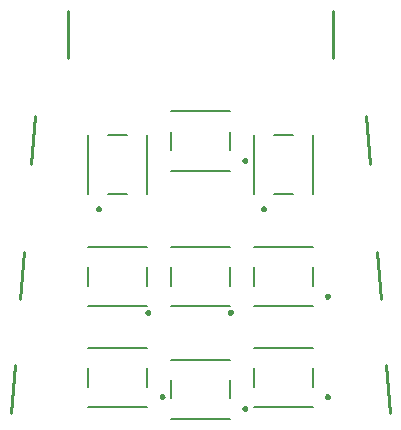
<source format=gbr>
%FSTAX23Y23*%
%MOMM*%
%SFA1B1*%

%IPPOS*%
%ADD29C,0.250000*%
%ADD30C,0.200000*%
%ADD31C,0.253999*%
%LNledpcbv2_legend_top-1*%
%LPD*%
G54D29*
X-04319Y-08763D02*
D01*
X-0432Y-08754*
X-04321Y-08745*
X-04322Y-08736*
X-04324Y-08728*
X-04327Y-0872*
X-0433Y-08712*
X-04334Y-08704*
X-04338Y-08696*
X-04343Y-08689*
X-04349Y-08682*
X-04355Y-08676*
X-04361Y-0867*
X-04368Y-08664*
X-04375Y-08659*
X-04382Y-08654*
X-0439Y-0865*
X-04398Y-08647*
X-04406Y-08644*
X-04414Y-08641*
X-04423Y-08639*
X-04431Y-08638*
X-0444Y-08638*
X-04449*
X-04458Y-08638*
X-04466Y-08639*
X-04475Y-08641*
X-04483Y-08644*
X-04491Y-08647*
X-04499Y-0865*
X-04507Y-08654*
X-04514Y-08659*
X-04521Y-08664*
X-04528Y-0867*
X-04534Y-08676*
X-0454Y-08682*
X-04546Y-08689*
X-0455Y-08696*
X-04555Y-08704*
X-04559Y-08712*
X-04562Y-0872*
X-04565Y-08728*
X-04567Y-08736*
X-04568Y-08745*
X-04569Y-08754*
X-04569Y-08763*
X-04569Y-08771*
X-04568Y-0878*
X-04567Y-08788*
X-04565Y-08797*
X-04562Y-08805*
X-04559Y-08813*
X-04555Y-08821*
X-0455Y-08829*
X-04546Y-08836*
X-0454Y-08843*
X-04534Y-08849*
X-04528Y-08855*
X-04521Y-08861*
X-04514Y-08866*
X-04507Y-08871*
X-04499Y-08875*
X-04491Y-08878*
X-04483Y-08881*
X-04475Y-08884*
X-04466Y-08886*
X-04458Y-08887*
X-04449Y-08887*
X-0444*
X-04431Y-08887*
X-04423Y-08886*
X-04414Y-08884*
X-04406Y-08881*
X-04398Y-08878*
X-0439Y-08875*
X-04382Y-08871*
X-04375Y-08866*
X-04368Y-08861*
X-04361Y-08855*
X-04355Y-08849*
X-04349Y-08843*
X-04343Y-08836*
X-04338Y-08829*
X-04334Y-08821*
X-0433Y-08813*
X-04327Y-08805*
X-04324Y-08797*
X-04322Y-08788*
X-04321Y-0878*
X-0432Y-08771*
X-04319Y-08763*
X-03124Y-15899D02*
D01*
X-03125Y-15891*
X-03126Y-15882*
X-03127Y-15874*
X-03129Y-15865*
X-03132Y-15857*
X-03135Y-15849*
X-03139Y-15841*
X-03143Y-15833*
X-03148Y-15826*
X-03154Y-15819*
X-0316Y-15813*
X-03166Y-15807*
X-03173Y-15801*
X-0318Y-15796*
X-03187Y-15791*
X-03195Y-15787*
X-03203Y-15784*
X-03211Y-15781*
X-03219Y-15778*
X-03228Y-15776*
X-03236Y-15775*
X-03245Y-15775*
X-03254*
X-03263Y-15775*
X-03271Y-15776*
X-0328Y-15778*
X-03288Y-15781*
X-03296Y-15784*
X-03304Y-15787*
X-03312Y-15791*
X-03319Y-15796*
X-03326Y-15801*
X-03333Y-15807*
X-03339Y-15813*
X-03345Y-15819*
X-03351Y-15826*
X-03356Y-15833*
X-0336Y-15841*
X-03364Y-15849*
X-03367Y-15857*
X-0337Y-15865*
X-03372Y-15874*
X-03373Y-15882*
X-03374Y-15891*
X-03374Y-15899*
X-03374Y-15908*
X-03373Y-15917*
X-03372Y-15925*
X-0337Y-15934*
X-03367Y-15942*
X-03364Y-1595*
X-0336Y-15958*
X-03356Y-15966*
X-03351Y-15973*
X-03345Y-1598*
X-03339Y-15986*
X-03333Y-15992*
X-03326Y-15998*
X-03319Y-16003*
X-03312Y-16008*
X-03304Y-16012*
X-03296Y-16015*
X-03288Y-16018*
X-0328Y-16021*
X-03271Y-16023*
X-03263Y-16024*
X-03254Y-16024*
X-03245*
X-03236Y-16024*
X-03228Y-16023*
X-03219Y-16021*
X-03211Y-16018*
X-03203Y-16015*
X-03195Y-16012*
X-03187Y-16008*
X-0318Y-16003*
X-03173Y-15998*
X-03166Y-15992*
X-0316Y-15986*
X-03154Y-1598*
X-03148Y-15973*
X-03143Y-15966*
X-03139Y-15958*
X-03135Y-1595*
X-03132Y-15942*
X-03129Y-15934*
X-03127Y-15925*
X-03126Y-15917*
X-03125Y-15908*
X-03124Y-15899*
X10874D02*
D01*
X10874Y-15891*
X10873Y-15882*
X10872Y-15874*
X1087Y-15865*
X10867Y-15857*
X10864Y-15849*
X1086Y-15841*
X10855Y-15833*
X10851Y-15826*
X10845Y-15819*
X10839Y-15813*
X10833Y-15807*
X10826Y-15801*
X10819Y-15796*
X10812Y-15791*
X10804Y-15787*
X10796Y-15784*
X10788Y-15781*
X1078Y-15778*
X10771Y-15776*
X10763Y-15775*
X10754Y-15775*
X10745*
X10736Y-15775*
X10728Y-15776*
X10719Y-15778*
X10711Y-15781*
X10703Y-15784*
X10695Y-15787*
X10687Y-15791*
X1068Y-15796*
X10673Y-15801*
X10666Y-15807*
X1066Y-15813*
X10654Y-15819*
X10648Y-15826*
X10643Y-15833*
X10639Y-15841*
X10635Y-15849*
X10632Y-15857*
X10629Y-15865*
X10627Y-15874*
X10626Y-15882*
X10625Y-15891*
X10624Y-15899*
X10625Y-15908*
X10626Y-15917*
X10627Y-15925*
X10629Y-15934*
X10632Y-15942*
X10635Y-1595*
X10639Y-15958*
X10643Y-15966*
X10648Y-15973*
X10654Y-1598*
X1066Y-15986*
X10666Y-15992*
X10673Y-15998*
X1068Y-16003*
X10687Y-16008*
X10695Y-16012*
X10703Y-16015*
X10711Y-16018*
X10719Y-16021*
X10728Y-16023*
X10736Y-16024*
X10745Y-16024*
X10754*
X10763Y-16024*
X10771Y-16023*
X1078Y-16021*
X10788Y-16018*
X10796Y-16015*
X10804Y-16012*
X10812Y-16008*
X10819Y-16003*
X10826Y-15998*
X10833Y-15992*
X10839Y-15986*
X10845Y-1598*
X10851Y-15973*
X10855Y-15966*
X1086Y-15958*
X10864Y-1595*
X10867Y-15942*
X1087Y-15934*
X10872Y-15925*
X10873Y-15917*
X10874Y-15908*
X10874Y-15899*
X03874Y-16899D02*
D01*
X03874Y-16891*
X03873Y-16882*
X03872Y-16874*
X0387Y-16865*
X03867Y-16857*
X03864Y-16849*
X0386Y-16841*
X03855Y-16833*
X03851Y-16826*
X03845Y-16819*
X03839Y-16813*
X03833Y-16807*
X03826Y-16801*
X03819Y-16796*
X03812Y-16791*
X03804Y-16787*
X03796Y-16784*
X03788Y-16781*
X0378Y-16778*
X03771Y-16776*
X03763Y-16775*
X03754Y-16775*
X03745*
X03736Y-16775*
X03728Y-16776*
X03719Y-16778*
X03711Y-16781*
X03703Y-16784*
X03695Y-16787*
X03687Y-16791*
X0368Y-16796*
X03673Y-16801*
X03666Y-16807*
X0366Y-16813*
X03654Y-16819*
X03648Y-16826*
X03643Y-16833*
X03639Y-16841*
X03635Y-16849*
X03632Y-16857*
X03629Y-16865*
X03627Y-16874*
X03626Y-16882*
X03625Y-16891*
X03624Y-16899*
X03625Y-16908*
X03626Y-16917*
X03627Y-16925*
X03629Y-16934*
X03632Y-16942*
X03635Y-1695*
X03639Y-16958*
X03643Y-16966*
X03648Y-16973*
X03654Y-1698*
X0366Y-16986*
X03666Y-16992*
X03673Y-16998*
X0368Y-17003*
X03687Y-17008*
X03695Y-17012*
X03703Y-17015*
X03711Y-17018*
X03719Y-17021*
X03728Y-17023*
X03736Y-17024*
X03745Y-17024*
X03754*
X03763Y-17024*
X03771Y-17023*
X0378Y-17021*
X03788Y-17018*
X03796Y-17015*
X03804Y-17012*
X03812Y-17008*
X03819Y-17003*
X03826Y-16998*
X03833Y-16992*
X03839Y-16986*
X03845Y-1698*
X03851Y-16973*
X03855Y-16966*
X0386Y-16958*
X03864Y-1695*
X03867Y-16942*
X0387Y-16934*
X03872Y-16925*
X03873Y-16917*
X03874Y-16908*
X03874Y-16899*
X02664Y-08763D02*
D01*
X02664Y-08754*
X02663Y-08745*
X02662Y-08736*
X0266Y-08728*
X02657Y-0872*
X02654Y-08712*
X0265Y-08704*
X02645Y-08696*
X02641Y-08689*
X02635Y-08682*
X02629Y-08676*
X02623Y-0867*
X02616Y-08664*
X02609Y-08659*
X02602Y-08654*
X02594Y-0865*
X02586Y-08647*
X02578Y-08644*
X0257Y-08641*
X02561Y-08639*
X02553Y-08638*
X02544Y-08638*
X02535*
X02526Y-08638*
X02518Y-08639*
X02509Y-08641*
X02501Y-08644*
X02493Y-08647*
X02485Y-0865*
X02477Y-08654*
X0247Y-08659*
X02463Y-08664*
X02456Y-0867*
X0245Y-08676*
X02444Y-08682*
X02438Y-08689*
X02433Y-08696*
X02429Y-08704*
X02425Y-08712*
X02422Y-0872*
X02419Y-08728*
X02417Y-08736*
X02416Y-08745*
X02415Y-08754*
X02414Y-08763*
X02415Y-08771*
X02416Y-0878*
X02417Y-08788*
X02419Y-08797*
X02422Y-08805*
X02425Y-08813*
X02429Y-08821*
X02433Y-08829*
X02438Y-08836*
X02444Y-08843*
X0245Y-08849*
X02456Y-08855*
X02463Y-08861*
X0247Y-08866*
X02477Y-08871*
X02485Y-08875*
X02493Y-08878*
X02501Y-08881*
X02509Y-08884*
X02518Y-08886*
X02526Y-08887*
X02535Y-08887*
X02544*
X02553Y-08887*
X02561Y-08886*
X0257Y-08884*
X02578Y-08881*
X02586Y-08878*
X02594Y-08875*
X02602Y-08871*
X02609Y-08866*
X02616Y-08861*
X02623Y-08855*
X02629Y-08849*
X02635Y-08843*
X02641Y-08836*
X02645Y-08829*
X0265Y-08821*
X02654Y-08813*
X02657Y-08805*
X0266Y-08797*
X02662Y-08788*
X02663Y-0878*
X02664Y-08771*
X02664Y-08763*
X05474Y0D02*
D01*
X05474Y00008*
X05473Y00017*
X05472Y00025*
X0547Y00034*
X05467Y00042*
X05464Y0005*
X0546Y00058*
X05455Y00066*
X05451Y00073*
X05445Y0008*
X05439Y00086*
X05433Y00092*
X05426Y00098*
X05419Y00103*
X05412Y00108*
X05404Y00112*
X05396Y00115*
X05388Y00118*
X0538Y00121*
X05371Y00123*
X05363Y00124*
X05354Y00124*
X05345*
X05336Y00124*
X05328Y00123*
X05319Y00121*
X05311Y00118*
X05303Y00115*
X05295Y00112*
X05287Y00108*
X0528Y00103*
X05273Y00098*
X05266Y00092*
X0526Y00086*
X05254Y0008*
X05248Y00073*
X05243Y00066*
X05239Y00058*
X05235Y0005*
X05232Y00042*
X05229Y00034*
X05227Y00025*
X05226Y00017*
X05225Y00008*
X05224Y0*
X05225Y-00008*
X05226Y-00017*
X05227Y-00025*
X05229Y-00034*
X05232Y-00042*
X05235Y-0005*
X05239Y-00058*
X05243Y-00066*
X05248Y-00073*
X05254Y-0008*
X0526Y-00086*
X05266Y-00092*
X05273Y-00098*
X0528Y-00103*
X05287Y-00108*
X05295Y-00112*
X05303Y-00115*
X05311Y-00118*
X05319Y-00121*
X05328Y-00123*
X05336Y-00124*
X05345Y-00124*
X05354*
X05363Y-00124*
X05371Y-00123*
X0538Y-00121*
X05388Y-00118*
X05396Y-00115*
X05404Y-00112*
X05412Y-00108*
X05419Y-00103*
X05426Y-00098*
X05433Y-00092*
X05439Y-00086*
X05445Y-0008*
X05451Y-00073*
X05455Y-00066*
X0546Y-00058*
X05464Y-0005*
X05467Y-00042*
X0547Y-00034*
X05472Y-00025*
X05473Y-00017*
X05474Y-00008*
X05474Y0*
X10874Y-07399D02*
D01*
X10874Y-07391*
X10873Y-07382*
X10872Y-07374*
X1087Y-07365*
X10867Y-07357*
X10864Y-07349*
X1086Y-07341*
X10855Y-07333*
X10851Y-07326*
X10845Y-07319*
X10839Y-07313*
X10833Y-07307*
X10826Y-07301*
X10819Y-07296*
X10812Y-07291*
X10804Y-07287*
X10796Y-07284*
X10788Y-07281*
X1078Y-07278*
X10771Y-07276*
X10763Y-07275*
X10754Y-07275*
X10745*
X10736Y-07275*
X10728Y-07276*
X10719Y-07278*
X10711Y-07281*
X10703Y-07284*
X10695Y-07287*
X10687Y-07291*
X1068Y-07296*
X10673Y-07301*
X10666Y-07307*
X1066Y-07313*
X10654Y-07319*
X10648Y-07326*
X10643Y-07333*
X10639Y-07341*
X10635Y-07349*
X10632Y-07357*
X10629Y-07365*
X10627Y-07374*
X10626Y-07382*
X10625Y-07391*
X10624Y-07399*
X10625Y-07408*
X10626Y-07417*
X10627Y-07425*
X10629Y-07434*
X10632Y-07442*
X10635Y-0745*
X10639Y-07458*
X10643Y-07466*
X10648Y-07473*
X10654Y-0748*
X1066Y-07486*
X10666Y-07492*
X10673Y-07498*
X1068Y-07503*
X10687Y-07508*
X10695Y-07512*
X10703Y-07515*
X10711Y-07518*
X10719Y-07521*
X10728Y-07523*
X10736Y-07524*
X10745Y-07524*
X10754*
X10763Y-07524*
X10771Y-07523*
X1078Y-07521*
X10788Y-07518*
X10796Y-07515*
X10804Y-07512*
X10812Y-07508*
X10819Y-07503*
X10826Y-07498*
X10833Y-07492*
X10839Y-07486*
X10845Y-0748*
X10851Y-07473*
X10855Y-07466*
X1086Y-07458*
X10864Y-0745*
X10867Y-07442*
X1087Y-07434*
X10872Y-07425*
X10873Y-07417*
X10874Y-07408*
X10874Y-07399*
X-08524Y0D02*
D01*
X-08525Y00008*
X-08526Y00017*
X-08527Y00025*
X-08529Y00034*
X-08532Y00042*
X-08535Y0005*
X-08539Y00058*
X-08543Y00066*
X-08548Y00073*
X-08554Y0008*
X-0856Y00086*
X-08566Y00092*
X-08573Y00098*
X-0858Y00103*
X-08587Y00108*
X-08595Y00112*
X-08603Y00115*
X-08611Y00118*
X-08619Y00121*
X-08628Y00123*
X-08636Y00124*
X-08645Y00124*
X-08654*
X-08663Y00124*
X-08671Y00123*
X-0868Y00121*
X-08688Y00118*
X-08696Y00115*
X-08704Y00112*
X-08712Y00108*
X-08719Y00103*
X-08726Y00098*
X-08733Y00092*
X-08739Y00086*
X-08745Y0008*
X-08751Y00073*
X-08755Y00066*
X-0876Y00058*
X-08764Y0005*
X-08767Y00042*
X-0877Y00034*
X-08772Y00025*
X-08773Y00017*
X-08774Y00008*
X-08774Y0*
X-08774Y-00008*
X-08773Y-00017*
X-08772Y-00025*
X-0877Y-00034*
X-08767Y-00042*
X-08764Y-0005*
X-0876Y-00058*
X-08755Y-00066*
X-08751Y-00073*
X-08745Y-0008*
X-08739Y-00086*
X-08733Y-00092*
X-08726Y-00098*
X-08719Y-00103*
X-08712Y-00108*
X-08704Y-00112*
X-08696Y-00115*
X-08688Y-00118*
X-0868Y-00121*
X-08671Y-00123*
X-08663Y-00124*
X-08654Y-00124*
X-08645*
X-08636Y-00124*
X-08628Y-00123*
X-08619Y-00121*
X-08611Y-00118*
X-08603Y-00115*
X-08595Y-00112*
X-08587Y-00108*
X-0858Y-00103*
X-08573Y-00098*
X-08566Y-00092*
X-0856Y-00086*
X-08554Y-0008*
X-08548Y-00073*
X-08543Y-00066*
X-08539Y-00058*
X-08535Y-0005*
X-08532Y-00042*
X-08529Y-00034*
X-08527Y-00025*
X-08526Y-00017*
X-08525Y-00008*
X-08524Y0*
X03874Y04099D02*
D01*
X03874Y04108*
X03873Y04117*
X03872Y04125*
X0387Y04134*
X03867Y04142*
X03864Y0415*
X0386Y04158*
X03855Y04166*
X03851Y04173*
X03845Y0418*
X03839Y04186*
X03833Y04192*
X03826Y04198*
X03819Y04203*
X03812Y04208*
X03804Y04212*
X03796Y04215*
X03788Y04218*
X0378Y04221*
X03771Y04223*
X03763Y04224*
X03754Y04224*
X03745*
X03736Y04224*
X03728Y04223*
X03719Y04221*
X03711Y04218*
X03703Y04215*
X03695Y04212*
X03687Y04208*
X0368Y04203*
X03673Y04198*
X03666Y04192*
X0366Y04186*
X03654Y0418*
X03648Y04173*
X03643Y04166*
X03639Y04158*
X03635Y0415*
X03632Y04142*
X03629Y04134*
X03627Y04125*
X03626Y04117*
X03625Y04108*
X03624Y04099*
X03625Y04091*
X03626Y04082*
X03627Y04074*
X03629Y04065*
X03632Y04057*
X03635Y04049*
X03639Y04041*
X03643Y04033*
X03648Y04026*
X03654Y04019*
X0366Y04013*
X03666Y04007*
X03673Y04001*
X0368Y03996*
X03687Y03991*
X03695Y03987*
X03703Y03984*
X03711Y03981*
X03719Y03978*
X03728Y03976*
X03736Y03975*
X03745Y03975*
X03754*
X03763Y03975*
X03771Y03976*
X0378Y03978*
X03788Y03981*
X03796Y03984*
X03804Y03987*
X03812Y03991*
X03819Y03996*
X03826Y04001*
X03833Y04007*
X03839Y04013*
X03845Y04019*
X03851Y04026*
X03855Y04033*
X0386Y04041*
X03864Y04049*
X03867Y04057*
X0387Y04065*
X03872Y04074*
X03873Y04082*
X03874Y04091*
X03874Y04099*
G54D30*
X-09499Y-08249D02*
X-04499D01*
X-09499Y-06549D02*
Y-04949D01*
Y-03249D02*
X-04499D01*
Y-06549D02*
Y-04949D01*
X-09499Y-16749D02*
X-04499D01*
X-09499Y-15049D02*
Y-13449D01*
Y-11749D02*
X-04499D01*
Y-15049D02*
Y-13449D01*
X04499Y-16749D02*
X09499D01*
X04499Y-15049D02*
Y-13449D01*
Y-11749D02*
X09499D01*
Y-15049D02*
Y-13449D01*
X-02499Y-17749D02*
X02499D01*
X-02499Y-16049D02*
Y-14449D01*
Y-12749D02*
X02499D01*
Y-16049D02*
Y-14449D01*
X-02499Y-08249D02*
X02499D01*
X-02499Y-06549D02*
Y-04949D01*
Y-03249D02*
X02499D01*
Y-06549D02*
Y-04949D01*
X-02499Y08249D02*
X02499D01*
X-02499Y03249D02*
X02499D01*
X06199Y01249D02*
X07799D01*
X04499D02*
Y06249D01*
X-04499Y01249D02*
Y06249D01*
X-09499Y01249D02*
Y06249D01*
X04499Y-08249D02*
X09499D01*
X04499Y-06549D02*
Y-04949D01*
Y-03249D02*
X09499D01*
Y-06549D02*
Y-04949D01*
X-07799Y06249D02*
X-06199D01*
X-07799Y01249D02*
X-06199D01*
X06199Y06249D02*
X07799D01*
X09499Y01249D02*
Y06249D01*
X-02499Y04949D02*
Y06549D01*
X02499Y04949D02*
Y06549D01*
G54D31*
X-11199Y12749D02*
Y16749D01*
X11199Y12749D02*
Y16749D01*
X14018Y07831D02*
X14332Y03843D01*
X-14332D02*
X-14018Y07831D01*
X15719Y-1325D02*
X16032Y-17238D01*
X14945Y-03661D02*
X15259Y-07649D01*
X-16032Y-17238D02*
X-15719Y-1325D01*
X-15259Y-07649D02*
X-14945Y-03662D01*
M02*
</source>
